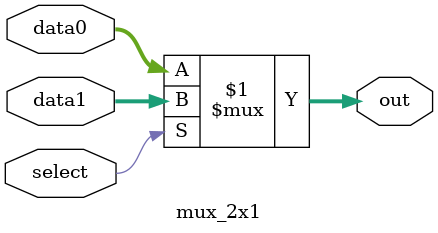
<source format=sv>
`timescale 1ns / 1ps


module mux_2x1(

    input  logic              select,
    input  logic [31:0]       data0,
    input  logic [31:0]       data1,
    output logic [31:0]       out
    
    
    );
    
    assign out = select ? data1 :  data0;

    
endmodule

</source>
